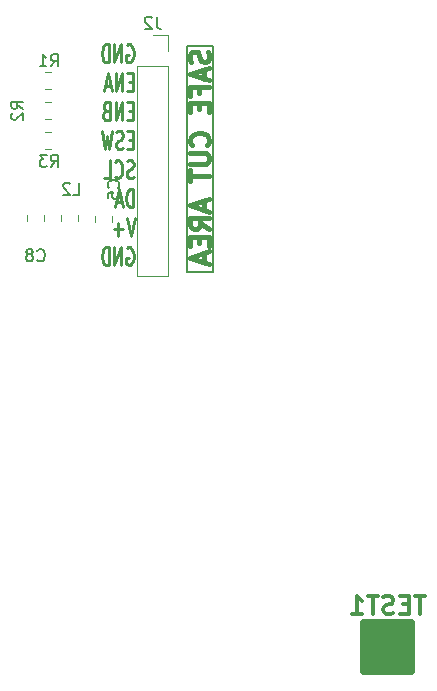
<source format=gbo>
G04 #@! TF.GenerationSoftware,KiCad,Pcbnew,(6.0.1)*
G04 #@! TF.CreationDate,2022-05-22T12:05:18-04:00*
G04 #@! TF.ProjectId,ArduinoInABox,41726475-696e-46f4-996e-41426f782e6b,2*
G04 #@! TF.SameCoordinates,Original*
G04 #@! TF.FileFunction,Legend,Bot*
G04 #@! TF.FilePolarity,Positive*
%FSLAX46Y46*%
G04 Gerber Fmt 4.6, Leading zero omitted, Abs format (unit mm)*
G04 Created by KiCad (PCBNEW (6.0.1)) date 2022-05-22 12:05:18*
%MOMM*%
%LPD*%
G01*
G04 APERTURE LIST*
%ADD10C,0.150000*%
%ADD11C,0.250000*%
%ADD12C,0.400000*%
%ADD13C,0.304800*%
%ADD14C,0.650000*%
%ADD15C,0.120000*%
G04 APERTURE END LIST*
D10*
X112014000Y-39519200D02*
X114219000Y-39519200D01*
X114219000Y-39519200D02*
X114219000Y-58650200D01*
X114219000Y-58650200D02*
X112014000Y-58650200D01*
X112014000Y-58650200D02*
X112014000Y-39519200D01*
D11*
X106945595Y-39470260D02*
X107040833Y-39397688D01*
X107183690Y-39397688D01*
X107326547Y-39470260D01*
X107421785Y-39615402D01*
X107469404Y-39760545D01*
X107517023Y-40050831D01*
X107517023Y-40268545D01*
X107469404Y-40558831D01*
X107421785Y-40703974D01*
X107326547Y-40849117D01*
X107183690Y-40921688D01*
X107088452Y-40921688D01*
X106945595Y-40849117D01*
X106897976Y-40776545D01*
X106897976Y-40268545D01*
X107088452Y-40268545D01*
X106469404Y-40921688D02*
X106469404Y-39397688D01*
X105897976Y-40921688D01*
X105897976Y-39397688D01*
X105421785Y-40921688D02*
X105421785Y-39397688D01*
X105183690Y-39397688D01*
X105040833Y-39470260D01*
X104945595Y-39615402D01*
X104897976Y-39760545D01*
X104850357Y-40050831D01*
X104850357Y-40268545D01*
X104897976Y-40558831D01*
X104945595Y-40703974D01*
X105040833Y-40849117D01*
X105183690Y-40921688D01*
X105421785Y-40921688D01*
X107469404Y-42577042D02*
X107136071Y-42577042D01*
X106993214Y-43375328D02*
X107469404Y-43375328D01*
X107469404Y-41851328D01*
X106993214Y-41851328D01*
X106564642Y-43375328D02*
X106564642Y-41851328D01*
X105993214Y-43375328D01*
X105993214Y-41851328D01*
X105564642Y-42939900D02*
X105088452Y-42939900D01*
X105659880Y-43375328D02*
X105326547Y-41851328D01*
X104993214Y-43375328D01*
X107469404Y-45030682D02*
X107136071Y-45030682D01*
X106993214Y-45828968D02*
X107469404Y-45828968D01*
X107469404Y-44304968D01*
X106993214Y-44304968D01*
X106564642Y-45828968D02*
X106564642Y-44304968D01*
X105993214Y-45828968D01*
X105993214Y-44304968D01*
X105183690Y-45030682D02*
X105040833Y-45103254D01*
X104993214Y-45175825D01*
X104945595Y-45320968D01*
X104945595Y-45538682D01*
X104993214Y-45683825D01*
X105040833Y-45756397D01*
X105136071Y-45828968D01*
X105517023Y-45828968D01*
X105517023Y-44304968D01*
X105183690Y-44304968D01*
X105088452Y-44377540D01*
X105040833Y-44450111D01*
X104993214Y-44595254D01*
X104993214Y-44740397D01*
X105040833Y-44885540D01*
X105088452Y-44958111D01*
X105183690Y-45030682D01*
X105517023Y-45030682D01*
X107469404Y-47484322D02*
X107136071Y-47484322D01*
X106993214Y-48282608D02*
X107469404Y-48282608D01*
X107469404Y-46758608D01*
X106993214Y-46758608D01*
X106612261Y-48210037D02*
X106469404Y-48282608D01*
X106231309Y-48282608D01*
X106136071Y-48210037D01*
X106088452Y-48137465D01*
X106040833Y-47992322D01*
X106040833Y-47847180D01*
X106088452Y-47702037D01*
X106136071Y-47629465D01*
X106231309Y-47556894D01*
X106421785Y-47484322D01*
X106517023Y-47411751D01*
X106564642Y-47339180D01*
X106612261Y-47194037D01*
X106612261Y-47048894D01*
X106564642Y-46903751D01*
X106517023Y-46831180D01*
X106421785Y-46758608D01*
X106183690Y-46758608D01*
X106040833Y-46831180D01*
X105707500Y-46758608D02*
X105469404Y-48282608D01*
X105278928Y-47194037D01*
X105088452Y-48282608D01*
X104850357Y-46758608D01*
X107517023Y-50663677D02*
X107374166Y-50736248D01*
X107136071Y-50736248D01*
X107040833Y-50663677D01*
X106993214Y-50591105D01*
X106945595Y-50445962D01*
X106945595Y-50300820D01*
X106993214Y-50155677D01*
X107040833Y-50083105D01*
X107136071Y-50010534D01*
X107326547Y-49937962D01*
X107421785Y-49865391D01*
X107469404Y-49792820D01*
X107517023Y-49647677D01*
X107517023Y-49502534D01*
X107469404Y-49357391D01*
X107421785Y-49284820D01*
X107326547Y-49212248D01*
X107088452Y-49212248D01*
X106945595Y-49284820D01*
X105945595Y-50591105D02*
X105993214Y-50663677D01*
X106136071Y-50736248D01*
X106231309Y-50736248D01*
X106374166Y-50663677D01*
X106469404Y-50518534D01*
X106517023Y-50373391D01*
X106564642Y-50083105D01*
X106564642Y-49865391D01*
X106517023Y-49575105D01*
X106469404Y-49429962D01*
X106374166Y-49284820D01*
X106231309Y-49212248D01*
X106136071Y-49212248D01*
X105993214Y-49284820D01*
X105945595Y-49357391D01*
X105040833Y-50736248D02*
X105517023Y-50736248D01*
X105517023Y-49212248D01*
X107469404Y-53189888D02*
X107469404Y-51665888D01*
X107231309Y-51665888D01*
X107088452Y-51738460D01*
X106993214Y-51883602D01*
X106945595Y-52028745D01*
X106897976Y-52319031D01*
X106897976Y-52536745D01*
X106945595Y-52827031D01*
X106993214Y-52972174D01*
X107088452Y-53117317D01*
X107231309Y-53189888D01*
X107469404Y-53189888D01*
X106517023Y-52754460D02*
X106040833Y-52754460D01*
X106612261Y-53189888D02*
X106278928Y-51665888D01*
X105945595Y-53189888D01*
X107612261Y-54119528D02*
X107278928Y-55643528D01*
X106945595Y-54119528D01*
X106612261Y-55062957D02*
X105850357Y-55062957D01*
X106231309Y-55643528D02*
X106231309Y-54482385D01*
X106945595Y-56645740D02*
X107040833Y-56573168D01*
X107183690Y-56573168D01*
X107326547Y-56645740D01*
X107421785Y-56790882D01*
X107469404Y-56936025D01*
X107517023Y-57226311D01*
X107517023Y-57444025D01*
X107469404Y-57734311D01*
X107421785Y-57879454D01*
X107326547Y-58024597D01*
X107183690Y-58097168D01*
X107088452Y-58097168D01*
X106945595Y-58024597D01*
X106897976Y-57952025D01*
X106897976Y-57444025D01*
X107088452Y-57444025D01*
X106469404Y-58097168D02*
X106469404Y-56573168D01*
X105897976Y-58097168D01*
X105897976Y-56573168D01*
X105421785Y-58097168D02*
X105421785Y-56573168D01*
X105183690Y-56573168D01*
X105040833Y-56645740D01*
X104945595Y-56790882D01*
X104897976Y-56936025D01*
X104850357Y-57226311D01*
X104850357Y-57444025D01*
X104897976Y-57734311D01*
X104945595Y-57879454D01*
X105040833Y-58024597D01*
X105183690Y-58097168D01*
X105421785Y-58097168D01*
D12*
X113847619Y-40006114D02*
X113923809Y-40234685D01*
X113923809Y-40615638D01*
X113847619Y-40768019D01*
X113771428Y-40844209D01*
X113619047Y-40920400D01*
X113466666Y-40920400D01*
X113314285Y-40844209D01*
X113238095Y-40768019D01*
X113161904Y-40615638D01*
X113085714Y-40310876D01*
X113009523Y-40158495D01*
X112933333Y-40082304D01*
X112780952Y-40006114D01*
X112628571Y-40006114D01*
X112476190Y-40082304D01*
X112400000Y-40158495D01*
X112323809Y-40310876D01*
X112323809Y-40691828D01*
X112400000Y-40920400D01*
X113466666Y-41529923D02*
X113466666Y-42291828D01*
X113923809Y-41377542D02*
X112323809Y-41910876D01*
X113923809Y-42444209D01*
X113085714Y-43510876D02*
X113085714Y-42977542D01*
X113923809Y-42977542D02*
X112323809Y-42977542D01*
X112323809Y-43739447D01*
X113085714Y-44348971D02*
X113085714Y-44882304D01*
X113923809Y-45110876D02*
X113923809Y-44348971D01*
X112323809Y-44348971D01*
X112323809Y-45110876D01*
X113771428Y-47929923D02*
X113847619Y-47853733D01*
X113923809Y-47625161D01*
X113923809Y-47472780D01*
X113847619Y-47244209D01*
X113695238Y-47091828D01*
X113542857Y-47015638D01*
X113238095Y-46939447D01*
X113009523Y-46939447D01*
X112704761Y-47015638D01*
X112552380Y-47091828D01*
X112400000Y-47244209D01*
X112323809Y-47472780D01*
X112323809Y-47625161D01*
X112400000Y-47853733D01*
X112476190Y-47929923D01*
X112323809Y-48615638D02*
X113619047Y-48615638D01*
X113771428Y-48691828D01*
X113847619Y-48768019D01*
X113923809Y-48920399D01*
X113923809Y-49225161D01*
X113847619Y-49377542D01*
X113771428Y-49453733D01*
X113619047Y-49529923D01*
X112323809Y-49529923D01*
X112323809Y-50063257D02*
X112323809Y-50977542D01*
X113923809Y-50520399D02*
X112323809Y-50520399D01*
X113466666Y-52653733D02*
X113466666Y-53415638D01*
X113923809Y-52501352D02*
X112323809Y-53034685D01*
X113923809Y-53568019D01*
X113923809Y-55015638D02*
X113161904Y-54482304D01*
X113923809Y-54101352D02*
X112323809Y-54101352D01*
X112323809Y-54710876D01*
X112400000Y-54863257D01*
X112476190Y-54939447D01*
X112628571Y-55015638D01*
X112857142Y-55015638D01*
X113009523Y-54939447D01*
X113085714Y-54863257D01*
X113161904Y-54710876D01*
X113161904Y-54101352D01*
X113085714Y-55701352D02*
X113085714Y-56234685D01*
X113923809Y-56463257D02*
X113923809Y-55701352D01*
X112323809Y-55701352D01*
X112323809Y-56463257D01*
X113466666Y-57072780D02*
X113466666Y-57834685D01*
X113923809Y-56920399D02*
X112323809Y-57453733D01*
X113923809Y-57987066D01*
D13*
X132188857Y-86089428D02*
X131318000Y-86089428D01*
X131753428Y-87613428D02*
X131753428Y-86089428D01*
X130810000Y-86815142D02*
X130302000Y-86815142D01*
X130084285Y-87613428D02*
X130810000Y-87613428D01*
X130810000Y-86089428D01*
X130084285Y-86089428D01*
X129503714Y-87540857D02*
X129286000Y-87613428D01*
X128923142Y-87613428D01*
X128778000Y-87540857D01*
X128705428Y-87468285D01*
X128632857Y-87323142D01*
X128632857Y-87178000D01*
X128705428Y-87032857D01*
X128778000Y-86960285D01*
X128923142Y-86887714D01*
X129213428Y-86815142D01*
X129358571Y-86742571D01*
X129431142Y-86670000D01*
X129503714Y-86524857D01*
X129503714Y-86379714D01*
X129431142Y-86234571D01*
X129358571Y-86162000D01*
X129213428Y-86089428D01*
X128850571Y-86089428D01*
X128632857Y-86162000D01*
X128197428Y-86089428D02*
X127326571Y-86089428D01*
X127762000Y-87613428D02*
X127762000Y-86089428D01*
X126020285Y-87613428D02*
X126891142Y-87613428D01*
X126455714Y-87613428D02*
X126455714Y-86089428D01*
X126600857Y-86307142D01*
X126746000Y-86452285D01*
X126891142Y-86524857D01*
D10*
X98162380Y-44843333D02*
X97686190Y-44510000D01*
X98162380Y-44271904D02*
X97162380Y-44271904D01*
X97162380Y-44652857D01*
X97210000Y-44748095D01*
X97257619Y-44795714D01*
X97352857Y-44843333D01*
X97495714Y-44843333D01*
X97590952Y-44795714D01*
X97638571Y-44748095D01*
X97686190Y-44652857D01*
X97686190Y-44271904D01*
X97257619Y-45224285D02*
X97210000Y-45271904D01*
X97162380Y-45367142D01*
X97162380Y-45605238D01*
X97210000Y-45700476D01*
X97257619Y-45748095D01*
X97352857Y-45795714D01*
X97448095Y-45795714D01*
X97590952Y-45748095D01*
X98162380Y-45176666D01*
X98162380Y-45795714D01*
X100506666Y-41252380D02*
X100840000Y-40776190D01*
X101078095Y-41252380D02*
X101078095Y-40252380D01*
X100697142Y-40252380D01*
X100601904Y-40300000D01*
X100554285Y-40347619D01*
X100506666Y-40442857D01*
X100506666Y-40585714D01*
X100554285Y-40680952D01*
X100601904Y-40728571D01*
X100697142Y-40776190D01*
X101078095Y-40776190D01*
X99554285Y-41252380D02*
X100125714Y-41252380D01*
X99840000Y-41252380D02*
X99840000Y-40252380D01*
X99935238Y-40395238D01*
X100030476Y-40490476D01*
X100125714Y-40538095D01*
X100506666Y-49752380D02*
X100840000Y-49276190D01*
X101078095Y-49752380D02*
X101078095Y-48752380D01*
X100697142Y-48752380D01*
X100601904Y-48800000D01*
X100554285Y-48847619D01*
X100506666Y-48942857D01*
X100506666Y-49085714D01*
X100554285Y-49180952D01*
X100601904Y-49228571D01*
X100697142Y-49276190D01*
X101078095Y-49276190D01*
X100173333Y-48752380D02*
X99554285Y-48752380D01*
X99887619Y-49133333D01*
X99744761Y-49133333D01*
X99649523Y-49180952D01*
X99601904Y-49228571D01*
X99554285Y-49323809D01*
X99554285Y-49561904D01*
X99601904Y-49657142D01*
X99649523Y-49704761D01*
X99744761Y-49752380D01*
X100030476Y-49752380D01*
X100125714Y-49704761D01*
X100173333Y-49657142D01*
X109473333Y-37052380D02*
X109473333Y-37766666D01*
X109520952Y-37909523D01*
X109616190Y-38004761D01*
X109759047Y-38052380D01*
X109854285Y-38052380D01*
X109044761Y-37147619D02*
X108997142Y-37100000D01*
X108901904Y-37052380D01*
X108663809Y-37052380D01*
X108568571Y-37100000D01*
X108520952Y-37147619D01*
X108473333Y-37242857D01*
X108473333Y-37338095D01*
X108520952Y-37480952D01*
X109092380Y-38052380D01*
X108473333Y-38052380D01*
X106224342Y-51522333D02*
X106271961Y-51474714D01*
X106319580Y-51331857D01*
X106319580Y-51236619D01*
X106271961Y-51093761D01*
X106176723Y-50998523D01*
X106081485Y-50950904D01*
X105891009Y-50903285D01*
X105748152Y-50903285D01*
X105557676Y-50950904D01*
X105462438Y-50998523D01*
X105367200Y-51093761D01*
X105319580Y-51236619D01*
X105319580Y-51331857D01*
X105367200Y-51474714D01*
X105414819Y-51522333D01*
X105319580Y-52427095D02*
X105319580Y-51950904D01*
X105795771Y-51903285D01*
X105748152Y-51950904D01*
X105700533Y-52046142D01*
X105700533Y-52284238D01*
X105748152Y-52379476D01*
X105795771Y-52427095D01*
X105891009Y-52474714D01*
X106129104Y-52474714D01*
X106224342Y-52427095D01*
X106271961Y-52379476D01*
X106319580Y-52284238D01*
X106319580Y-52046142D01*
X106271961Y-51950904D01*
X106224342Y-51903285D01*
X99379066Y-57659542D02*
X99426685Y-57707161D01*
X99569542Y-57754780D01*
X99664780Y-57754780D01*
X99807638Y-57707161D01*
X99902876Y-57611923D01*
X99950495Y-57516685D01*
X99998114Y-57326209D01*
X99998114Y-57183352D01*
X99950495Y-56992876D01*
X99902876Y-56897638D01*
X99807638Y-56802400D01*
X99664780Y-56754780D01*
X99569542Y-56754780D01*
X99426685Y-56802400D01*
X99379066Y-56850019D01*
X98807638Y-57183352D02*
X98902876Y-57135733D01*
X98950495Y-57088114D01*
X98998114Y-56992876D01*
X98998114Y-56945257D01*
X98950495Y-56850019D01*
X98902876Y-56802400D01*
X98807638Y-56754780D01*
X98617161Y-56754780D01*
X98521923Y-56802400D01*
X98474304Y-56850019D01*
X98426685Y-56945257D01*
X98426685Y-56992876D01*
X98474304Y-57088114D01*
X98521923Y-57135733D01*
X98617161Y-57183352D01*
X98807638Y-57183352D01*
X98902876Y-57230971D01*
X98950495Y-57278590D01*
X98998114Y-57373828D01*
X98998114Y-57564304D01*
X98950495Y-57659542D01*
X98902876Y-57707161D01*
X98807638Y-57754780D01*
X98617161Y-57754780D01*
X98521923Y-57707161D01*
X98474304Y-57659542D01*
X98426685Y-57564304D01*
X98426685Y-57373828D01*
X98474304Y-57278590D01*
X98521923Y-57230971D01*
X98617161Y-57183352D01*
X102401666Y-52115980D02*
X102877857Y-52115980D01*
X102877857Y-51115980D01*
X102115952Y-51211219D02*
X102068333Y-51163600D01*
X101973095Y-51115980D01*
X101735000Y-51115980D01*
X101639761Y-51163600D01*
X101592142Y-51211219D01*
X101544523Y-51306457D01*
X101544523Y-51401695D01*
X101592142Y-51544552D01*
X102163571Y-52115980D01*
X101544523Y-52115980D01*
D14*
X131032000Y-90424000D02*
X127032000Y-90424000D01*
X131032000Y-92424000D02*
X127032000Y-92424000D01*
X131032000Y-88924000D02*
X131032000Y-89424000D01*
X131032000Y-89424000D02*
X127032000Y-89424000D01*
X131032000Y-90924000D02*
X131032000Y-91424000D01*
X127032000Y-89924000D02*
X131032000Y-89924000D01*
X130532000Y-90924000D02*
X131032000Y-90924000D01*
X127032000Y-90424000D02*
X127032000Y-90924000D01*
X127032000Y-91424000D02*
X127032000Y-91924000D01*
X131032000Y-88424000D02*
X131032000Y-92424000D01*
X131032000Y-91424000D02*
X127032000Y-91424000D01*
X127032000Y-88424000D02*
X127032000Y-88924000D01*
X127032000Y-90924000D02*
X130532000Y-90924000D01*
X127032000Y-88924000D02*
X131032000Y-88924000D01*
X127032000Y-89424000D02*
X127032000Y-89924000D01*
X131032000Y-89924000D02*
X131032000Y-90424000D01*
X127032000Y-92424000D02*
X127032000Y-88424000D01*
X127032000Y-88424000D02*
X131032000Y-88424000D01*
X127032000Y-91924000D02*
X131032000Y-91924000D01*
D15*
X99988748Y-44300000D02*
X100511252Y-44300000D01*
X99988748Y-45720000D02*
X100511252Y-45720000D01*
X99988748Y-41760000D02*
X100511252Y-41760000D01*
X99988748Y-43180000D02*
X100511252Y-43180000D01*
X99988748Y-48260000D02*
X100511252Y-48260000D01*
X99988748Y-46840000D02*
X100511252Y-46840000D01*
X110470000Y-41200000D02*
X107810000Y-41200000D01*
X110470000Y-39930000D02*
X110470000Y-38600000D01*
X110470000Y-59040000D02*
X107810000Y-59040000D01*
X110470000Y-41200000D02*
X110470000Y-59040000D01*
X107810000Y-41200000D02*
X107810000Y-59040000D01*
X110470000Y-38600000D02*
X109140000Y-38600000D01*
X104268200Y-54414052D02*
X104268200Y-53891548D01*
X105688200Y-54414052D02*
X105688200Y-53891548D01*
X98477000Y-53866148D02*
X98477000Y-54388652D01*
X99897000Y-53866148D02*
X99897000Y-54388652D01*
X101398000Y-54388652D02*
X101398000Y-53866148D01*
X102818000Y-54388652D02*
X102818000Y-53866148D01*
M02*

</source>
